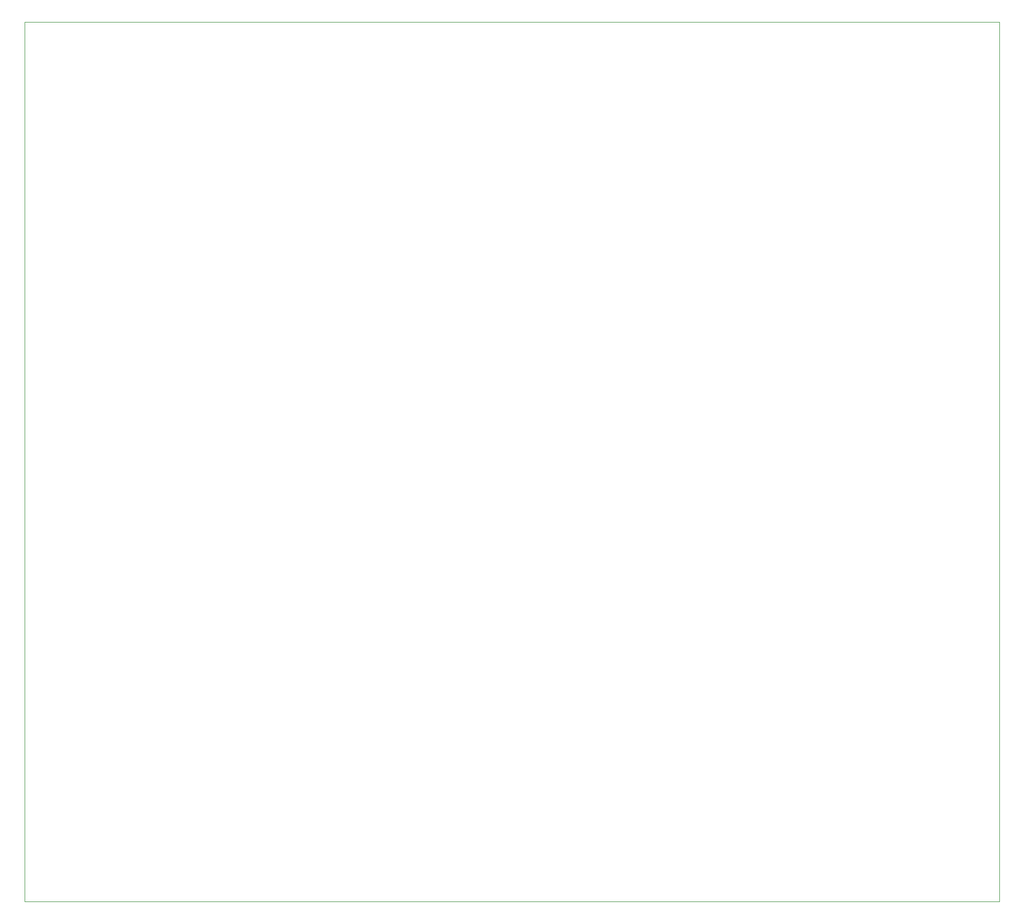
<source format=gm1>
G04 #@! TF.GenerationSoftware,KiCad,Pcbnew,(6.0.1)*
G04 #@! TF.CreationDate,2023-02-28T23:31:36-08:00*
G04 #@! TF.ProjectId,Current Test Bench,43757272-656e-4742-9054-657374204265,rev?*
G04 #@! TF.SameCoordinates,Original*
G04 #@! TF.FileFunction,Profile,NP*
%FSLAX46Y46*%
G04 Gerber Fmt 4.6, Leading zero omitted, Abs format (unit mm)*
G04 Created by KiCad (PCBNEW (6.0.1)) date 2023-02-28 23:31:36*
%MOMM*%
%LPD*%
G01*
G04 APERTURE LIST*
G04 #@! TA.AperFunction,Profile*
%ADD10C,0.100000*%
G04 #@! TD*
G04 APERTURE END LIST*
D10*
X185420000Y-162560000D02*
X185420000Y-20320000D01*
X27940000Y-20320000D02*
X27940000Y-162560000D01*
X185420000Y-20320000D02*
X27940000Y-20320000D01*
X27940000Y-162560000D02*
X185420000Y-162560000D01*
M02*

</source>
